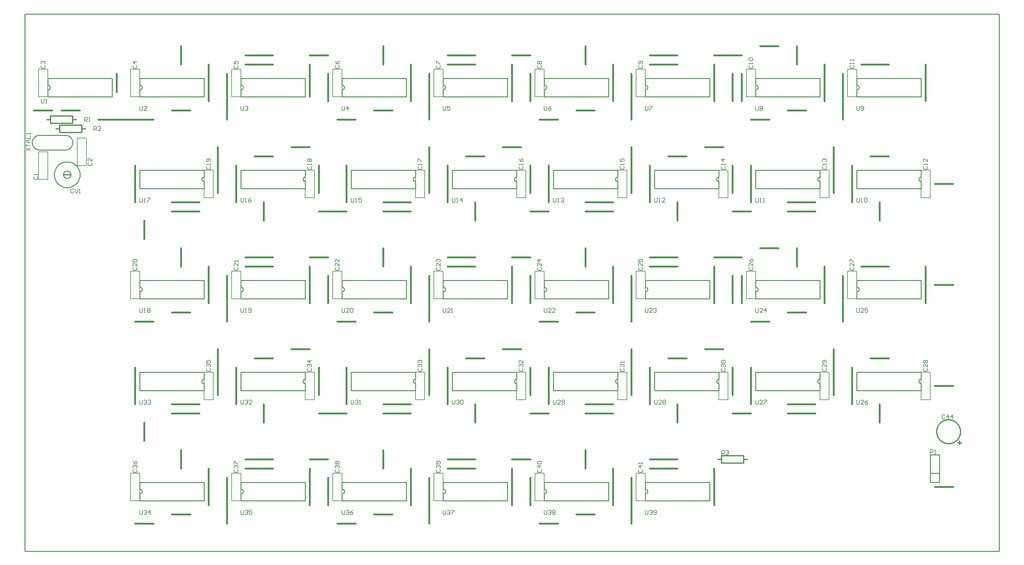
<source format=gto>
%FSLAX23Y23*%
%MOIN*%
G70*
G01*
G75*
%ADD10C,0.050*%
%ADD11C,0.050*%
%ADD12C,0.010*%
%ADD13C,0.030*%
%ADD14C,0.009*%
%ADD15C,0.080*%
%ADD16R,0.080X0.080*%
%ADD17C,0.150*%
%ADD18C,0.250*%
%ADD19C,0.012*%
%ADD20C,0.020*%
%ADD21C,0.008*%
%ADD22C,0.020*%
%ADD23C,0.006*%
D12*
X11445Y5695D02*
X11455Y5697D01*
X11463Y5702D01*
X11468Y5710D01*
X11470Y5720D01*
X11468Y5730D01*
X11463Y5738D01*
X11455Y5743D01*
X11445Y5745D01*
X10345Y5695D02*
X10355Y5697D01*
X10363Y5702D01*
X10368Y5710D01*
X10370Y5720D01*
X10368Y5730D01*
X10363Y5738D01*
X10355Y5743D01*
X10345Y5745D01*
X9245Y5695D02*
X9255Y5697D01*
X9263Y5702D01*
X9268Y5710D01*
X9270Y5720D01*
X9268Y5730D01*
X9263Y5738D01*
X9255Y5743D01*
X9245Y5745D01*
X8145Y5695D02*
X8155Y5697D01*
X8163Y5702D01*
X8168Y5710D01*
X8170Y5720D01*
X8168Y5730D01*
X8163Y5738D01*
X8155Y5743D01*
X8145Y5745D01*
X7045Y5695D02*
X7055Y5697D01*
X7063Y5702D01*
X7068Y5710D01*
X7070Y5720D01*
X7068Y5730D01*
X7063Y5738D01*
X7055Y5743D01*
X7045Y5745D01*
X5945Y5695D02*
X5955Y5697D01*
X5963Y5702D01*
X5968Y5710D01*
X5970Y5720D01*
X5968Y5730D01*
X5963Y5738D01*
X5955Y5743D01*
X5945Y5745D01*
X6645Y6945D02*
X6635Y6943D01*
X6627Y6938D01*
X6622Y6930D01*
X6620Y6920D01*
X6622Y6910D01*
X6627Y6902D01*
X6635Y6897D01*
X6645Y6895D01*
X7745Y6945D02*
X7735Y6943D01*
X7727Y6938D01*
X7722Y6930D01*
X7720Y6920D01*
X7722Y6910D01*
X7727Y6902D01*
X7735Y6897D01*
X7745Y6895D01*
X8945Y6945D02*
X8935Y6943D01*
X8927Y6938D01*
X8922Y6930D01*
X8920Y6920D01*
X8922Y6910D01*
X8927Y6902D01*
X8935Y6897D01*
X8945Y6895D01*
X10045Y6945D02*
X10035Y6943D01*
X10027Y6938D01*
X10022Y6930D01*
X10020Y6920D01*
X10022Y6910D01*
X10027Y6902D01*
X10035Y6897D01*
X10045Y6895D01*
X11145Y6945D02*
X11135Y6943D01*
X11127Y6938D01*
X11122Y6930D01*
X11120Y6920D01*
X11122Y6910D01*
X11127Y6902D01*
X11135Y6897D01*
X11145Y6895D01*
X12245Y6945D02*
X12235Y6943D01*
X12227Y6938D01*
X12222Y6930D01*
X12220Y6920D01*
X12222Y6910D01*
X12227Y6902D01*
X12235Y6897D01*
X12245Y6895D01*
X13345Y6945D02*
X13335Y6943D01*
X13327Y6938D01*
X13322Y6930D01*
X13320Y6920D01*
X13322Y6910D01*
X13327Y6902D01*
X13335Y6897D01*
X13345Y6895D01*
X14445Y6945D02*
X14435Y6943D01*
X14427Y6938D01*
X14422Y6930D01*
X14420Y6920D01*
X14422Y6910D01*
X14427Y6902D01*
X14435Y6897D01*
X14445Y6895D01*
X13745Y7895D02*
X13755Y7897D01*
X13763Y7902D01*
X13768Y7910D01*
X13770Y7920D01*
X13768Y7930D01*
X13763Y7938D01*
X13755Y7943D01*
X13745Y7945D01*
X12645Y7895D02*
X12655Y7897D01*
X12663Y7902D01*
X12668Y7910D01*
X12670Y7920D01*
X12668Y7930D01*
X12663Y7938D01*
X12655Y7943D01*
X12645Y7945D01*
X11445Y7895D02*
X11455Y7897D01*
X11463Y7902D01*
X11468Y7910D01*
X11470Y7920D01*
X11468Y7930D01*
X11463Y7938D01*
X11455Y7943D01*
X11445Y7945D01*
X10345Y7895D02*
X10355Y7897D01*
X10363Y7902D01*
X10368Y7910D01*
X10370Y7920D01*
X10368Y7930D01*
X10363Y7938D01*
X10355Y7943D01*
X10345Y7945D01*
X9245Y7895D02*
X9255Y7897D01*
X9263Y7902D01*
X9268Y7910D01*
X9270Y7920D01*
X9268Y7930D01*
X9263Y7938D01*
X9255Y7943D01*
X9245Y7945D01*
X8145Y7895D02*
X8155Y7897D01*
X8163Y7902D01*
X8168Y7910D01*
X8170Y7920D01*
X8168Y7930D01*
X8163Y7938D01*
X8155Y7943D01*
X8145Y7945D01*
X7045Y7895D02*
X7055Y7897D01*
X7063Y7902D01*
X7068Y7910D01*
X7070Y7920D01*
X7068Y7930D01*
X7063Y7938D01*
X7055Y7943D01*
X7045Y7945D01*
X5945Y7895D02*
X5955Y7897D01*
X5963Y7902D01*
X5968Y7910D01*
X5970Y7920D01*
X5968Y7930D01*
X5963Y7938D01*
X5955Y7943D01*
X5945Y7945D01*
X6645Y9145D02*
X6635Y9143D01*
X6627Y9138D01*
X6622Y9130D01*
X6620Y9120D01*
X6622Y9110D01*
X6627Y9102D01*
X6635Y9097D01*
X6645Y9095D01*
X7745Y9145D02*
X7735Y9143D01*
X7727Y9138D01*
X7722Y9130D01*
X7720Y9120D01*
X7722Y9110D01*
X7727Y9102D01*
X7735Y9097D01*
X7745Y9095D01*
X8945Y9145D02*
X8935Y9143D01*
X8927Y9138D01*
X8922Y9130D01*
X8920Y9120D01*
X8922Y9110D01*
X8927Y9102D01*
X8935Y9097D01*
X8945Y9095D01*
X10045Y9145D02*
X10035Y9143D01*
X10027Y9138D01*
X10022Y9130D01*
X10020Y9120D01*
X10022Y9110D01*
X10027Y9102D01*
X10035Y9097D01*
X10045Y9095D01*
X11145Y9145D02*
X11135Y9143D01*
X11127Y9138D01*
X11122Y9130D01*
X11120Y9120D01*
X11122Y9110D01*
X11127Y9102D01*
X11135Y9097D01*
X11145Y9095D01*
X4945Y10095D02*
X4955Y10097D01*
X4963Y10102D01*
X4968Y10110D01*
X4970Y10120D01*
X4968Y10130D01*
X4963Y10138D01*
X4955Y10143D01*
X4945Y10145D01*
X5945Y10095D02*
X5955Y10097D01*
X5963Y10102D01*
X5968Y10110D01*
X5970Y10120D01*
X5968Y10130D01*
X5963Y10138D01*
X5955Y10143D01*
X5945Y10145D01*
X7045Y10095D02*
X7055Y10097D01*
X7063Y10102D01*
X7068Y10110D01*
X7070Y10120D01*
X7068Y10130D01*
X7063Y10138D01*
X7055Y10143D01*
X7045Y10145D01*
X8145Y10095D02*
X8155Y10097D01*
X8163Y10102D01*
X8168Y10110D01*
X8170Y10120D01*
X8168Y10130D01*
X8163Y10138D01*
X8155Y10143D01*
X8145Y10145D01*
X9245Y10095D02*
X9255Y10097D01*
X9263Y10102D01*
X9268Y10110D01*
X9270Y10120D01*
X9268Y10130D01*
X9263Y10138D01*
X9255Y10143D01*
X9245Y10145D01*
X10345Y10095D02*
X10355Y10097D01*
X10363Y10102D01*
X10368Y10110D01*
X10370Y10120D01*
X10368Y10130D01*
X10363Y10138D01*
X10355Y10143D01*
X10345Y10145D01*
X11445Y10095D02*
X11455Y10097D01*
X11463Y10102D01*
X11468Y10110D01*
X11470Y10120D01*
X11468Y10130D01*
X11463Y10138D01*
X11455Y10143D01*
X11445Y10145D01*
X12645Y10095D02*
X12655Y10097D01*
X12663Y10102D01*
X12668Y10110D01*
X12670Y10120D01*
X12668Y10130D01*
X12663Y10138D01*
X12655Y10143D01*
X12645Y10145D01*
X13745Y10095D02*
X13755Y10097D01*
X13763Y10102D01*
X13768Y10110D01*
X13770Y10120D01*
X13768Y10130D01*
X13763Y10138D01*
X13755Y10143D01*
X13745Y10145D01*
X14445Y9145D02*
X14435Y9143D01*
X14427Y9138D01*
X14422Y9130D01*
X14420Y9120D01*
X14422Y9110D01*
X14427Y9102D01*
X14435Y9097D01*
X14445Y9095D01*
X13345Y9145D02*
X13335Y9143D01*
X13327Y9138D01*
X13322Y9130D01*
X13320Y9120D01*
X13322Y9110D01*
X13327Y9102D01*
X13335Y9097D01*
X13345Y9095D01*
X12245Y9145D02*
X12235Y9143D01*
X12227Y9138D01*
X12222Y9130D01*
X12220Y9120D01*
X12222Y9110D01*
X12227Y9102D01*
X12235Y9097D01*
X12245Y9095D01*
X5195Y9170D02*
X5194Y9180D01*
X5190Y9189D01*
X5184Y9197D01*
X5176Y9204D01*
X5167Y9208D01*
X5158Y9210D01*
X5148Y9209D01*
X5138Y9206D01*
X5130Y9201D01*
X5123Y9194D01*
X5118Y9185D01*
X5115Y9175D01*
Y9165D01*
X5118Y9155D01*
X5123Y9146D01*
X5130Y9139D01*
X5138Y9134D01*
X5148Y9131D01*
X5158Y9130D01*
X5167Y9132D01*
X5176Y9136D01*
X5184Y9143D01*
X5190Y9151D01*
X5194Y9160D01*
X5195Y9170D01*
X5295Y9170D02*
X5295Y9180D01*
X5294Y9190D01*
X5292Y9200D01*
X5289Y9209D01*
X5286Y9219D01*
X5282Y9228D01*
X5278Y9237D01*
X5273Y9246D01*
X5267Y9254D01*
X5261Y9262D01*
X5254Y9269D01*
X5247Y9276D01*
X5239Y9282D01*
X5231Y9288D01*
X5222Y9293D01*
X5213Y9297D01*
X5204Y9301D01*
X5194Y9304D01*
X5185Y9307D01*
X5175Y9309D01*
X5165Y9310D01*
X5155Y9310D01*
X5145Y9310D01*
X5135Y9309D01*
X5125Y9307D01*
X5116Y9304D01*
X5106Y9301D01*
X5097Y9297D01*
X5088Y9293D01*
X5079Y9288D01*
X5071Y9282D01*
X5063Y9276D01*
X5056Y9269D01*
X5049Y9262D01*
X5043Y9254D01*
X5037Y9246D01*
X5032Y9237D01*
X5028Y9228D01*
X5024Y9219D01*
X5021Y9209D01*
X5018Y9200D01*
X5016Y9190D01*
X5015Y9180D01*
X5015Y9170D01*
X5015Y9160D01*
X5016Y9150D01*
X5018Y9140D01*
X5021Y9131D01*
X5024Y9121D01*
X5028Y9112D01*
X5032Y9103D01*
X5037Y9094D01*
X5043Y9086D01*
X5049Y9078D01*
X5056Y9071D01*
X5063Y9064D01*
X5071Y9058D01*
X5079Y9052D01*
X5088Y9047D01*
X5097Y9043D01*
X5106Y9039D01*
X5116Y9036D01*
X5125Y9033D01*
X5135Y9031D01*
X5145Y9030D01*
X5155Y9030D01*
X5165Y9030D01*
X5175Y9031D01*
X5185Y9033D01*
X5194Y9036D01*
X5204Y9039D01*
X5213Y9043D01*
X5222Y9047D01*
X5231Y9052D01*
X5239Y9058D01*
X5247Y9064D01*
X5254Y9071D01*
X5261Y9078D01*
X5267Y9086D01*
X5273Y9094D01*
X5278Y9103D01*
X5282Y9112D01*
X5286Y9121D01*
X5289Y9131D01*
X5292Y9140D01*
X5294Y9150D01*
X5295Y9160D01*
X5295Y9170D01*
X4855Y9600D02*
X4845Y9599D01*
X4835Y9597D01*
X4826Y9594D01*
X4816Y9590D01*
X4808Y9585D01*
X4800Y9578D01*
X4793Y9571D01*
X4787Y9563D01*
X4783Y9554D01*
X4779Y9545D01*
X4776Y9535D01*
X4775Y9525D01*
Y9515D01*
X4776Y9505D01*
X4779Y9495D01*
X4783Y9486D01*
X4787Y9477D01*
X4793Y9469D01*
X4800Y9462D01*
X4808Y9455D01*
X4816Y9450D01*
X4826Y9446D01*
X4835Y9443D01*
X4845Y9441D01*
X4855Y9440D01*
X5135D02*
X5145Y9441D01*
X5155Y9443D01*
X5164Y9446D01*
X5174Y9450D01*
X5182Y9455D01*
X5190Y9462D01*
X5197Y9469D01*
X5203Y9477D01*
X5207Y9486D01*
X5211Y9495D01*
X5214Y9505D01*
X5215Y9515D01*
X5215Y9525D01*
X5214Y9535D01*
X5211Y9545D01*
X5207Y9554D01*
X5203Y9563D01*
X5197Y9571D01*
X5190Y9578D01*
X5182Y9585D01*
X5174Y9590D01*
X5164Y9594D01*
X5155Y9597D01*
X5145Y9599D01*
X5135Y9600D01*
X14545Y5920D02*
X14645D01*
X14545Y5820D02*
X14645D01*
X14545D02*
Y6120D01*
X14645D01*
Y5820D02*
Y6120D01*
X11445Y5620D02*
X12145D01*
Y5820D01*
X11445D02*
X12145D01*
X11445Y5745D02*
Y5820D01*
Y5620D02*
Y5695D01*
X10345Y5620D02*
Y5695D01*
Y5745D02*
Y5820D01*
X11045D01*
Y5620D02*
Y5820D01*
X10345Y5620D02*
X11045D01*
X9245D02*
X9945D01*
Y5820D01*
X9245D02*
X9945D01*
X9245Y5745D02*
Y5820D01*
Y5620D02*
Y5695D01*
X8145Y5620D02*
Y5695D01*
Y5745D02*
Y5820D01*
X8845D01*
Y5620D02*
Y5820D01*
X8145Y5620D02*
X8845D01*
X7045D02*
X7745D01*
Y5820D01*
X7045D02*
X7745D01*
X7045Y5745D02*
Y5820D01*
Y5620D02*
Y5695D01*
X5945Y5620D02*
Y5695D01*
Y5745D02*
Y5820D01*
X6645D01*
Y5620D02*
Y5820D01*
X5945Y5620D02*
X6645D01*
X5945Y7020D02*
X6645D01*
X5945Y6820D02*
Y7020D01*
Y6820D02*
X6645D01*
Y6895D01*
Y6945D02*
Y7020D01*
X7745Y6945D02*
Y7020D01*
Y6820D02*
Y6895D01*
X7045Y6820D02*
X7745D01*
X7045D02*
Y7020D01*
X7745D01*
X8245D02*
X8945D01*
X8245Y6820D02*
Y7020D01*
Y6820D02*
X8945D01*
Y6895D01*
Y6945D02*
Y7020D01*
X10045Y6945D02*
Y7020D01*
Y6820D02*
Y6895D01*
X9345Y6820D02*
X10045D01*
X9345D02*
Y7020D01*
X10045D01*
X10445D02*
X11145D01*
X10445Y6820D02*
Y7020D01*
Y6820D02*
X11145D01*
Y6895D01*
Y6945D02*
Y7020D01*
X12245Y6945D02*
Y7020D01*
Y6820D02*
Y6895D01*
X11545Y6820D02*
X12245D01*
X11545D02*
Y7020D01*
X12245D01*
X12645D02*
X13345D01*
X12645Y6820D02*
Y7020D01*
Y6820D02*
X13345D01*
Y6895D01*
Y6945D02*
Y7020D01*
X14445Y6945D02*
Y7020D01*
Y6820D02*
Y6895D01*
X13745Y6820D02*
X14445D01*
X13745D02*
Y7020D01*
X14445D01*
X13745Y7820D02*
X14445D01*
Y8020D01*
X13745D02*
X14445D01*
X13745Y7945D02*
Y8020D01*
Y7820D02*
Y7895D01*
X12645Y7820D02*
Y7895D01*
Y7945D02*
Y8020D01*
X13345D01*
Y7820D02*
Y8020D01*
X12645Y7820D02*
X13345D01*
X11445D02*
X12145D01*
Y8020D01*
X11445D02*
X12145D01*
X11445Y7945D02*
Y8020D01*
Y7820D02*
Y7895D01*
X10345Y7820D02*
Y7895D01*
Y7945D02*
Y8020D01*
X11045D01*
Y7820D02*
Y8020D01*
X10345Y7820D02*
X11045D01*
X9245D02*
X9945D01*
Y8020D01*
X9245D02*
X9945D01*
X9245Y7945D02*
Y8020D01*
Y7820D02*
Y7895D01*
X8145Y7820D02*
Y7895D01*
Y7945D02*
Y8020D01*
X8845D01*
Y7820D02*
Y8020D01*
X8145Y7820D02*
X8845D01*
X7045D02*
X7745D01*
Y8020D01*
X7045D02*
X7745D01*
X7045Y7945D02*
Y8020D01*
Y7820D02*
Y7895D01*
X5945Y7820D02*
Y7895D01*
Y7945D02*
Y8020D01*
X6645D01*
Y7820D02*
Y8020D01*
X5945Y7820D02*
X6645D01*
X5945Y9220D02*
X6645D01*
X5945Y9020D02*
Y9220D01*
Y9020D02*
X6645D01*
Y9095D01*
Y9145D02*
Y9220D01*
X7745Y9145D02*
Y9220D01*
Y9020D02*
Y9095D01*
X7045Y9020D02*
X7745D01*
X7045D02*
Y9220D01*
X7745D01*
X8245D02*
X8945D01*
X8245Y9020D02*
Y9220D01*
Y9020D02*
X8945D01*
Y9095D01*
Y9145D02*
Y9220D01*
X10045Y9145D02*
Y9220D01*
Y9020D02*
Y9095D01*
X9345Y9020D02*
X10045D01*
X9345D02*
Y9220D01*
X10045D01*
X10445D02*
X11145D01*
X10445Y9020D02*
Y9220D01*
Y9020D02*
X11145D01*
Y9095D01*
Y9145D02*
Y9220D01*
X4945Y10020D02*
Y10095D01*
Y10145D02*
Y10220D01*
X5645D01*
Y10020D02*
Y10220D01*
X4945Y10020D02*
X5645D01*
X5945D02*
X6645D01*
Y10220D01*
X5945D02*
X6645D01*
X5945Y10145D02*
Y10220D01*
Y10020D02*
Y10095D01*
X7045Y10020D02*
Y10095D01*
Y10145D02*
Y10220D01*
X7745D01*
Y10020D02*
Y10220D01*
X7045Y10020D02*
X7745D01*
X8145D02*
X8845D01*
Y10220D01*
X8145D02*
X8845D01*
X8145Y10145D02*
Y10220D01*
Y10020D02*
Y10095D01*
X9245Y10020D02*
Y10095D01*
Y10145D02*
Y10220D01*
X9945D01*
Y10020D02*
Y10220D01*
X9245Y10020D02*
X9945D01*
X10345D02*
X11045D01*
Y10220D01*
X10345D02*
X11045D01*
X10345Y10145D02*
Y10220D01*
Y10020D02*
Y10095D01*
X11445Y10020D02*
Y10095D01*
Y10145D02*
Y10220D01*
X12145D01*
Y10020D02*
Y10220D01*
X11445Y10020D02*
X12145D01*
X12645D02*
X13345D01*
Y10220D01*
X12645D02*
X13345D01*
X12645Y10145D02*
Y10220D01*
Y10020D02*
Y10095D01*
X13745Y10020D02*
Y10095D01*
Y10145D02*
Y10220D01*
X14445D01*
Y10020D02*
Y10220D01*
X13745Y10020D02*
X14445D01*
X13745Y9220D02*
X14445D01*
X13745Y9020D02*
Y9220D01*
Y9020D02*
X14445D01*
Y9095D01*
Y9145D02*
Y9220D01*
X13345Y9145D02*
Y9220D01*
Y9020D02*
Y9095D01*
X12645Y9020D02*
X13345D01*
X12645D02*
Y9220D01*
X13345D01*
X11545D02*
X12245D01*
X11545Y9020D02*
Y9220D01*
Y9020D02*
X12245D01*
Y9095D01*
Y9145D02*
Y9220D01*
X4855Y9600D02*
X5135D01*
X4855Y9440D02*
X5135D01*
X4695Y5070D02*
X15295D01*
Y10920D01*
X4695Y5070D02*
Y10920D01*
X15295D01*
D19*
X14875Y6370D02*
X14875Y6380D01*
X14873Y6390D01*
X14872Y6400D01*
X14869Y6409D01*
X14866Y6419D01*
X14862Y6428D01*
X14857Y6436D01*
X14851Y6445D01*
X14845Y6453D01*
X14839Y6460D01*
X14831Y6467D01*
X14824Y6473D01*
X14816Y6479D01*
X14807Y6484D01*
X14798Y6489D01*
X14789Y6492D01*
X14779Y6495D01*
X14770Y6498D01*
X14760Y6499D01*
X14750Y6500D01*
X14740D01*
X14730Y6499D01*
X14720Y6498D01*
X14711Y6495D01*
X14701Y6492D01*
X14692Y6489D01*
X14683Y6484D01*
X14674Y6479D01*
X14666Y6473D01*
X14659Y6467D01*
X14651Y6460D01*
X14645Y6453D01*
X14639Y6445D01*
X14633Y6436D01*
X14628Y6428D01*
X14624Y6419D01*
X14621Y6409D01*
X14618Y6400D01*
X14617Y6390D01*
X14615Y6380D01*
X14615Y6370D01*
X14615Y6360D01*
X14617Y6350D01*
X14618Y6340D01*
X14621Y6331D01*
X14624Y6321D01*
X14628Y6312D01*
X14633Y6304D01*
X14639Y6295D01*
X14645Y6287D01*
X14651Y6280D01*
X14659Y6273D01*
X14666Y6267D01*
X14674Y6261D01*
X14683Y6256D01*
X14692Y6251D01*
X14701Y6248D01*
X14711Y6245D01*
X14720Y6242D01*
X14730Y6241D01*
X14740Y6240D01*
X14750D01*
X14760Y6241D01*
X14770Y6242D01*
X14779Y6245D01*
X14789Y6248D01*
X14798Y6251D01*
X14807Y6256D01*
X14816Y6261D01*
X14824Y6267D01*
X14831Y6273D01*
X14839Y6280D01*
X14845Y6287D01*
X14851Y6295D01*
X14857Y6304D01*
X14862Y6312D01*
X14866Y6321D01*
X14869Y6331D01*
X14872Y6340D01*
X14873Y6350D01*
X14875Y6360D01*
X14875Y6370D01*
X4935Y9770D02*
X4975D01*
X5215D02*
X5255D01*
X4975Y9810D02*
X5215D01*
X4975Y9730D02*
Y9810D01*
Y9730D02*
X5215D01*
Y9810D01*
X14845Y6250D02*
X14885D01*
X14865Y6230D02*
Y6270D01*
X5315Y9670D02*
X5355D01*
X5035D02*
X5075D01*
Y9630D02*
X5315D01*
Y9710D01*
X5075D02*
X5315D01*
X5075Y9630D02*
Y9710D01*
X12275Y6030D02*
Y6110D01*
X12515D01*
Y6030D02*
Y6110D01*
X12275Y6030D02*
X12515D01*
X12235Y6070D02*
X12275D01*
X12515D02*
X12555D01*
X5115Y9170D02*
X5195D01*
D20*
X6395Y10370D02*
D03*
Y10570D02*
D03*
Y10370D02*
D03*
X8895Y8870D02*
D03*
X8595Y8770D02*
D03*
X8195Y9270D02*
D03*
Y8870D02*
D03*
D21*
X11445Y5620D02*
Y5670D01*
X11345Y5620D02*
X11445D01*
X11345D02*
Y5670D01*
X11445Y5870D02*
Y5920D01*
X11345D02*
X11445D01*
X11345Y5870D02*
Y5920D01*
X11445Y5670D02*
Y5870D01*
X11345Y5670D02*
Y5870D01*
X10245Y5670D02*
Y5870D01*
X10345Y5670D02*
Y5870D01*
X10245D02*
Y5920D01*
X10345D01*
Y5870D02*
Y5920D01*
X10245Y5620D02*
Y5670D01*
Y5620D02*
X10345D01*
Y5670D01*
X9245Y5620D02*
Y5670D01*
X9145Y5620D02*
X9245D01*
X9145D02*
Y5670D01*
X9245Y5870D02*
Y5920D01*
X9145D02*
X9245D01*
X9145Y5870D02*
Y5920D01*
X9245Y5670D02*
Y5870D01*
X9145Y5670D02*
Y5870D01*
X8045Y5670D02*
Y5870D01*
X8145Y5670D02*
Y5870D01*
X8045D02*
Y5920D01*
X8145D01*
Y5870D02*
Y5920D01*
X8045Y5620D02*
Y5670D01*
Y5620D02*
X8145D01*
Y5670D01*
X7045Y5620D02*
Y5670D01*
X6945Y5620D02*
X7045D01*
X6945D02*
Y5670D01*
X7045Y5870D02*
Y5920D01*
X6945D02*
X7045D01*
X6945Y5870D02*
Y5920D01*
X7045Y5670D02*
Y5870D01*
X6945Y5670D02*
Y5870D01*
X5845Y5670D02*
Y5870D01*
X5945Y5670D02*
Y5870D01*
X5845D02*
Y5920D01*
X5945D01*
Y5870D02*
Y5920D01*
X5845Y5620D02*
Y5670D01*
Y5620D02*
X5945D01*
Y5670D01*
X6645Y6970D02*
Y7020D01*
X6745D01*
Y6970D02*
Y7020D01*
X6645Y6720D02*
Y6770D01*
Y6720D02*
X6745D01*
Y6770D01*
X6645D02*
Y6970D01*
X6745Y6770D02*
Y6970D01*
X7845Y6770D02*
Y6970D01*
X7745Y6770D02*
Y6970D01*
X7845Y6720D02*
Y6770D01*
X7745Y6720D02*
X7845D01*
X7745D02*
Y6770D01*
X7845Y6970D02*
Y7020D01*
X7745D02*
X7845D01*
X7745Y6970D02*
Y7020D01*
X8945Y6970D02*
Y7020D01*
X9045D01*
Y6970D02*
Y7020D01*
X8945Y6720D02*
Y6770D01*
Y6720D02*
X9045D01*
Y6770D01*
X8945D02*
Y6970D01*
X9045Y6770D02*
Y6970D01*
X10145Y6770D02*
Y6970D01*
X10045Y6770D02*
Y6970D01*
X10145Y6720D02*
Y6770D01*
X10045Y6720D02*
X10145D01*
X10045D02*
Y6770D01*
X10145Y6970D02*
Y7020D01*
X10045D02*
X10145D01*
X10045Y6970D02*
Y7020D01*
X11145Y6970D02*
Y7020D01*
X11245D01*
Y6970D02*
Y7020D01*
X11145Y6720D02*
Y6770D01*
Y6720D02*
X11245D01*
Y6770D01*
X11145D02*
Y6970D01*
X11245Y6770D02*
Y6970D01*
X12345Y6770D02*
Y6970D01*
X12245Y6770D02*
Y6970D01*
X12345Y6720D02*
Y6770D01*
X12245Y6720D02*
X12345D01*
X12245D02*
Y6770D01*
X12345Y6970D02*
Y7020D01*
X12245D02*
X12345D01*
X12245Y6970D02*
Y7020D01*
X13345Y6970D02*
Y7020D01*
X13445D01*
Y6970D02*
Y7020D01*
X13345Y6720D02*
Y6770D01*
Y6720D02*
X13445D01*
Y6770D01*
X13345D02*
Y6970D01*
X13445Y6770D02*
Y6970D01*
X14545Y6770D02*
Y6970D01*
X14445Y6770D02*
Y6970D01*
X14545Y6720D02*
Y6770D01*
X14445Y6720D02*
X14545D01*
X14445D02*
Y6770D01*
X14545Y6970D02*
Y7020D01*
X14445D02*
X14545D01*
X14445Y6970D02*
Y7020D01*
X13745Y7820D02*
Y7870D01*
X13645Y7820D02*
X13745D01*
X13645D02*
Y7870D01*
X13745Y8070D02*
Y8120D01*
X13645D02*
X13745D01*
X13645Y8070D02*
Y8120D01*
X13745Y7870D02*
Y8070D01*
X13645Y7870D02*
Y8070D01*
X12545Y7870D02*
Y8070D01*
X12645Y7870D02*
Y8070D01*
X12545D02*
Y8120D01*
X12645D01*
Y8070D02*
Y8120D01*
X12545Y7820D02*
Y7870D01*
Y7820D02*
X12645D01*
Y7870D01*
X11445Y7820D02*
Y7870D01*
X11345Y7820D02*
X11445D01*
X11345D02*
Y7870D01*
X11445Y8070D02*
Y8120D01*
X11345D02*
X11445D01*
X11345Y8070D02*
Y8120D01*
X11445Y7870D02*
Y8070D01*
X11345Y7870D02*
Y8070D01*
X10245Y7870D02*
Y8070D01*
X10345Y7870D02*
Y8070D01*
X10245D02*
Y8120D01*
X10345D01*
Y8070D02*
Y8120D01*
X10245Y7820D02*
Y7870D01*
Y7820D02*
X10345D01*
Y7870D01*
X9245Y7820D02*
Y7870D01*
X9145Y7820D02*
X9245D01*
X9145D02*
Y7870D01*
X9245Y8070D02*
Y8120D01*
X9145D02*
X9245D01*
X9145Y8070D02*
Y8120D01*
X9245Y7870D02*
Y8070D01*
X9145Y7870D02*
Y8070D01*
X8045Y7870D02*
Y8070D01*
X8145Y7870D02*
Y8070D01*
X8045D02*
Y8120D01*
X8145D01*
Y8070D02*
Y8120D01*
X8045Y7820D02*
Y7870D01*
Y7820D02*
X8145D01*
Y7870D01*
X7045Y7820D02*
Y7870D01*
X6945Y7820D02*
X7045D01*
X6945D02*
Y7870D01*
X7045Y8070D02*
Y8120D01*
X6945D02*
X7045D01*
X6945Y8070D02*
Y8120D01*
X7045Y7870D02*
Y8070D01*
X6945Y7870D02*
Y8070D01*
X5845Y7870D02*
Y8070D01*
X5945Y7870D02*
Y8070D01*
X5845D02*
Y8120D01*
X5945D01*
Y8070D02*
Y8120D01*
X5845Y7820D02*
Y7870D01*
Y7820D02*
X5945D01*
Y7870D01*
X6645Y9170D02*
Y9220D01*
X6745D01*
Y9170D02*
Y9220D01*
X6645Y8920D02*
Y8970D01*
Y8920D02*
X6745D01*
Y8970D01*
X6645D02*
Y9170D01*
X6745Y8970D02*
Y9170D01*
X7845Y8970D02*
Y9170D01*
X7745Y8970D02*
Y9170D01*
X7845Y8920D02*
Y8970D01*
X7745Y8920D02*
X7845D01*
X7745D02*
Y8970D01*
X7845Y9170D02*
Y9220D01*
X7745D02*
X7845D01*
X7745Y9170D02*
Y9220D01*
X8945Y9170D02*
Y9220D01*
X9045D01*
Y9170D02*
Y9220D01*
X8945Y8920D02*
Y8970D01*
Y8920D02*
X9045D01*
Y8970D01*
X8945D02*
Y9170D01*
X9045Y8970D02*
Y9170D01*
X10145Y8970D02*
Y9170D01*
X10045Y8970D02*
Y9170D01*
X10145Y8920D02*
Y8970D01*
X10045Y8920D02*
X10145D01*
X10045D02*
Y8970D01*
X10145Y9170D02*
Y9220D01*
X10045D02*
X10145D01*
X10045Y9170D02*
Y9220D01*
X11145Y9170D02*
Y9220D01*
X11245D01*
Y9170D02*
Y9220D01*
X11145Y8920D02*
Y8970D01*
Y8920D02*
X11245D01*
Y8970D01*
X11145D02*
Y9170D01*
X11245Y8970D02*
Y9170D01*
X4945D02*
Y9370D01*
X4845Y9170D02*
Y9370D01*
X4945Y9120D02*
Y9170D01*
X4845Y9120D02*
X4945D01*
X4845D02*
Y9170D01*
X4945Y9370D02*
Y9420D01*
X4845D02*
X4945D01*
X4845Y9370D02*
Y9420D01*
X5265Y9520D02*
Y9570D01*
X5365D01*
Y9520D02*
Y9570D01*
X5265Y9270D02*
Y9320D01*
Y9270D02*
X5365D01*
Y9320D01*
X5265D02*
Y9520D01*
X5365Y9320D02*
Y9520D01*
X5845Y10070D02*
Y10270D01*
X5945Y10070D02*
Y10270D01*
X5845D02*
Y10320D01*
X5945D01*
Y10270D02*
Y10320D01*
X5845Y10020D02*
Y10070D01*
Y10020D02*
X5945D01*
Y10070D01*
X7045Y10020D02*
Y10070D01*
X6945Y10020D02*
X7045D01*
X6945D02*
Y10070D01*
X7045Y10270D02*
Y10320D01*
X6945D02*
X7045D01*
X6945Y10270D02*
Y10320D01*
X7045Y10070D02*
Y10270D01*
X6945Y10070D02*
Y10270D01*
X8045Y10070D02*
Y10270D01*
X8145Y10070D02*
Y10270D01*
X8045D02*
Y10320D01*
X8145D01*
Y10270D02*
Y10320D01*
X8045Y10020D02*
Y10070D01*
Y10020D02*
X8145D01*
Y10070D01*
X9245Y10020D02*
Y10070D01*
X9145Y10020D02*
X9245D01*
X9145D02*
Y10070D01*
X9245Y10270D02*
Y10320D01*
X9145D02*
X9245D01*
X9145Y10270D02*
Y10320D01*
X9245Y10070D02*
Y10270D01*
X9145Y10070D02*
Y10270D01*
X10245Y10070D02*
Y10270D01*
X10345Y10070D02*
Y10270D01*
X10245D02*
Y10320D01*
X10345D01*
Y10270D02*
Y10320D01*
X10245Y10020D02*
Y10070D01*
Y10020D02*
X10345D01*
Y10070D01*
X4945Y10020D02*
Y10070D01*
X4845Y10020D02*
X4945D01*
X4845D02*
Y10070D01*
X4945Y10270D02*
Y10320D01*
X4845D02*
X4945D01*
X4845Y10270D02*
Y10320D01*
X4945Y10070D02*
Y10270D01*
X4845Y10070D02*
Y10270D01*
X11345Y10070D02*
Y10270D01*
X11445Y10070D02*
Y10270D01*
X11345D02*
Y10320D01*
X11445D01*
Y10270D02*
Y10320D01*
X11345Y10020D02*
Y10070D01*
Y10020D02*
X11445D01*
Y10070D01*
X12645Y10020D02*
Y10070D01*
X12545Y10020D02*
X12645D01*
X12545D02*
Y10070D01*
X12645Y10270D02*
Y10320D01*
X12545D02*
X12645D01*
X12545Y10270D02*
Y10320D01*
X12645Y10070D02*
Y10270D01*
X12545Y10070D02*
Y10270D01*
X13645Y10070D02*
Y10270D01*
X13745Y10070D02*
Y10270D01*
X13645D02*
Y10320D01*
X13745D01*
Y10270D02*
Y10320D01*
X13645Y10020D02*
Y10070D01*
Y10020D02*
X13745D01*
Y10070D01*
X14445Y9170D02*
Y9220D01*
X14545D01*
Y9170D02*
Y9220D01*
X14445Y8920D02*
Y8970D01*
Y8920D02*
X14545D01*
Y8970D01*
X14445D02*
Y9170D01*
X14545Y8970D02*
Y9170D01*
X13445Y8970D02*
Y9170D01*
X13345Y8970D02*
Y9170D01*
X13445Y8920D02*
Y8970D01*
X13345Y8920D02*
X13445D01*
X13345D02*
Y8970D01*
X13445Y9170D02*
Y9220D01*
X13345D02*
X13445D01*
X13345Y9170D02*
Y9220D01*
X12245Y9170D02*
Y9220D01*
X12345D01*
Y9170D02*
Y9220D01*
X12245Y8920D02*
Y8970D01*
Y8920D02*
X12345D01*
Y8970D01*
X12245D02*
Y9170D01*
X12345Y8970D02*
Y9170D01*
D22*
X6395Y10370D02*
Y10570D01*
X5895Y8870D02*
Y9270D01*
X6295Y8870D02*
X6595D01*
X6295Y8770D02*
X6595D01*
X6795Y8970D02*
Y9470D01*
X5495Y9770D02*
X6095D01*
X5095Y9870D02*
X5295D01*
X4795D02*
X4995D01*
X5695Y10070D02*
Y10270D01*
X6295Y9870D02*
X6495D01*
X6695Y9970D02*
Y10370D01*
X6895Y9820D02*
Y10270D01*
Y9770D02*
Y9820D01*
X7095Y10370D02*
X7395D01*
X7095Y10470D02*
X7395D01*
X7795Y10020D02*
Y10370D01*
Y10470D02*
X7995D01*
Y9970D02*
Y10270D01*
X8495Y9870D02*
X8695D01*
X8595Y10370D02*
Y10570D01*
X8895Y9970D02*
Y10370D01*
X8095Y9770D02*
X8245D01*
X8295D01*
X9095D02*
Y10270D01*
X9295Y10470D02*
X9595D01*
X9295Y10370D02*
X9595D01*
X9995Y9970D02*
Y10370D01*
Y10470D02*
X10195D01*
Y9970D02*
Y10270D01*
X10295Y9770D02*
X10495D01*
X10795Y10370D02*
Y10570D01*
X11095Y9970D02*
Y10370D01*
X10695Y9870D02*
X10895D01*
X11295Y9770D02*
Y10270D01*
X11495Y10470D02*
X11795D01*
X11495Y10370D02*
X11795D01*
X12195Y9970D02*
Y10370D01*
X12245Y10470D02*
X12495D01*
X12195D02*
X12245D01*
X12395Y9970D02*
Y10270D01*
X12495Y9970D02*
Y10270D01*
X12595Y9770D02*
X12795D01*
X12695Y10570D02*
X12895D01*
X12995Y9870D02*
X13195D01*
X13395Y9970D02*
Y10370D01*
X13095D02*
Y10570D01*
X13595Y9770D02*
Y10270D01*
X13795Y10370D02*
X14095D01*
X14495Y9970D02*
Y10370D01*
X14595Y9070D02*
X14795D01*
X13945Y9370D02*
X14095D01*
X13895D02*
X13945D01*
X13495Y8970D02*
Y9470D01*
X13695Y8870D02*
Y9270D01*
X13995Y8670D02*
Y8870D01*
X12995Y8770D02*
X13295D01*
X12995Y8870D02*
X13295D01*
X12395Y8770D02*
X12595D01*
Y8870D02*
Y9270D01*
X12395Y8970D02*
Y9270D01*
X12095Y9470D02*
X12295D01*
X11695Y9370D02*
X11895D01*
X11795Y8670D02*
Y8870D01*
X11495D02*
Y9270D01*
X11295Y8970D02*
Y9470D01*
X10795Y8770D02*
X11095D01*
X10795Y8870D02*
X11095D01*
X10395D02*
Y9270D01*
X10195Y8770D02*
X10395D01*
X10195Y8970D02*
Y9270D01*
X9895Y9470D02*
X10095D01*
X9495Y9370D02*
X9695D01*
X9095Y8970D02*
Y9470D01*
X9295Y8870D02*
Y9270D01*
X9595Y8670D02*
Y8870D01*
X8595D02*
X8895D01*
X8595Y8770D02*
X8895D01*
X8195Y8870D02*
Y9270D01*
X7895Y8770D02*
X8195D01*
X7895Y8970D02*
Y9270D01*
X7595Y9470D02*
X7795D01*
X7195Y9370D02*
X7395D01*
X7295Y8670D02*
Y8870D01*
X6995D02*
Y9270D01*
X5995Y8470D02*
Y8670D01*
X6395Y8170D02*
Y8370D01*
X6695Y7770D02*
Y8170D01*
X6295Y7670D02*
X6495D01*
X5895Y7570D02*
X6095D01*
X6895D02*
Y8070D01*
X7095Y8170D02*
X7395D01*
X7095Y8270D02*
X7395D01*
X7795Y7770D02*
Y8170D01*
Y8270D02*
X7995D01*
Y7770D02*
Y8070D01*
X8095Y7570D02*
X8295D01*
X8495Y7670D02*
X8695D01*
X8595Y8170D02*
Y8370D01*
X8895Y7770D02*
Y8170D01*
X9095Y7570D02*
Y8070D01*
X9295Y8170D02*
X9595D01*
X9295Y8270D02*
X9595D01*
X9995Y7770D02*
Y8170D01*
Y8270D02*
X10195D01*
Y7770D02*
Y8070D01*
X10295Y7570D02*
X10495D01*
X10695Y7670D02*
X10895D01*
X10795Y8170D02*
Y8370D01*
X11095Y7770D02*
Y8170D01*
X11295Y7570D02*
Y8070D01*
X11495Y8170D02*
X11795D01*
X11495Y8270D02*
X11795D01*
X12195Y7770D02*
Y8170D01*
Y8270D02*
X12495D01*
X12395Y7770D02*
Y8070D01*
X12495Y7770D02*
Y8070D01*
X12595Y7570D02*
X12795D01*
X12995Y7670D02*
X13195D01*
X13095Y8170D02*
Y8370D01*
X12695D02*
X12895D01*
X13395Y7770D02*
Y8170D01*
X13595Y7620D02*
Y8070D01*
Y7570D02*
Y7620D01*
X13795Y8170D02*
X14095D01*
X14495Y7770D02*
Y8170D01*
X14595Y7970D02*
X14795D01*
X13495Y6770D02*
Y7270D01*
X13695Y6670D02*
Y7070D01*
X13895Y7170D02*
X14095D01*
X14595Y6870D02*
X14795D01*
X13995Y6470D02*
Y6670D01*
X12995D02*
X13295D01*
X12995Y6570D02*
X13295D01*
X12595Y6670D02*
Y7070D01*
X12395Y6570D02*
X12595D01*
X12395Y6770D02*
Y7070D01*
X12095Y7270D02*
X12295D01*
X11695Y7170D02*
X11895D01*
X11495Y6670D02*
Y7070D01*
X11795Y6470D02*
Y6670D01*
X11295Y6770D02*
Y7270D01*
X10795Y6670D02*
X11095D01*
X10795Y6570D02*
X11095D01*
X10195D02*
X10395D01*
X10195Y6770D02*
Y7070D01*
X10395Y6670D02*
Y7070D01*
X9895Y7270D02*
X10095D01*
X9495Y7170D02*
X9695D01*
X9095Y6770D02*
Y7270D01*
X9295Y6670D02*
Y7070D01*
X9595Y6470D02*
Y6670D01*
X8595D02*
X8895D01*
X8595Y6570D02*
X8895D01*
X7895D02*
X8195D01*
Y6670D02*
Y7070D01*
X7895Y6770D02*
Y7070D01*
X7595Y7270D02*
X7795D01*
X7195Y7170D02*
X7395D01*
X6795Y6770D02*
Y7270D01*
X6995Y6670D02*
Y7070D01*
X7295Y6470D02*
Y6670D01*
X6295D02*
X6595D01*
X6295Y6570D02*
X6595D01*
X5995Y6270D02*
Y6470D01*
X5895Y6670D02*
Y7070D01*
Y5370D02*
X6095D01*
X6295Y5470D02*
X6495D01*
X6695Y5570D02*
Y5970D01*
X6395D02*
Y6170D01*
X6895Y5370D02*
Y5870D01*
X7095Y6070D02*
X7395D01*
X7095Y5970D02*
X7395D01*
X7795Y5570D02*
Y5970D01*
X7995Y5570D02*
Y5870D01*
X7795Y6070D02*
X7995D01*
X8095Y5370D02*
X8295D01*
X8495Y5470D02*
X8695D01*
X8895Y5570D02*
Y5970D01*
X8595D02*
Y6170D01*
X9095Y5370D02*
Y5870D01*
X9295Y6070D02*
X9595D01*
X9295Y5970D02*
X9595D01*
X9995Y5570D02*
Y5970D01*
Y6070D02*
X10195D01*
Y5570D02*
Y5870D01*
X10295Y5370D02*
X10495D01*
X10795Y5970D02*
Y6170D01*
X10695Y5470D02*
X10895D01*
X11095Y5570D02*
Y5970D01*
X11295Y5370D02*
Y5870D01*
X11495Y5970D02*
X11795D01*
X11495Y6070D02*
X11795D01*
X12195Y5570D02*
Y5970D01*
X14595Y5770D02*
X14795D01*
D23*
X5345Y9750D02*
Y9795D01*
X5367D01*
X5375Y9787D01*
Y9772D01*
X5367Y9765D01*
X5345D01*
X5360D02*
X5375Y9750D01*
X5390D02*
X5405D01*
X5397D01*
Y9795D01*
X5390Y9787D01*
X12275Y6120D02*
Y6165D01*
X12297D01*
X12305Y6157D01*
Y6142D01*
X12297Y6135D01*
X12275D01*
X12290D02*
X12305Y6120D01*
X12320Y6157D02*
X12327Y6165D01*
X12342D01*
X12350Y6157D01*
Y6150D01*
X12342Y6142D01*
X12335D01*
X12342D01*
X12350Y6135D01*
Y6127D01*
X12342Y6120D01*
X12327D01*
X12320Y6127D01*
X12278Y9260D02*
X12270Y9252D01*
Y9237D01*
X12278Y9230D01*
X12308D01*
X12315Y9237D01*
Y9252D01*
X12308Y9260D01*
X12315Y9275D02*
Y9290D01*
Y9282D01*
X12270D01*
X12278Y9275D01*
X12315Y9335D02*
X12270D01*
X12293Y9312D01*
Y9342D01*
X13378Y9260D02*
X13370Y9252D01*
Y9237D01*
X13378Y9230D01*
X13408D01*
X13415Y9237D01*
Y9252D01*
X13408Y9260D01*
X13415Y9275D02*
Y9290D01*
Y9282D01*
X13370D01*
X13378Y9275D01*
Y9312D02*
X13370Y9320D01*
Y9335D01*
X13378Y9342D01*
X13385D01*
X13393Y9335D01*
Y9327D01*
Y9335D01*
X13400Y9342D01*
X13408D01*
X13415Y9335D01*
Y9320D01*
X13408Y9312D01*
X14478Y9260D02*
X14470Y9252D01*
Y9237D01*
X14478Y9230D01*
X14508D01*
X14515Y9237D01*
Y9252D01*
X14508Y9260D01*
X14515Y9275D02*
Y9290D01*
Y9282D01*
X14470D01*
X14478Y9275D01*
X14515Y9342D02*
Y9312D01*
X14485Y9342D01*
X14478D01*
X14470Y9335D01*
Y9320D01*
X14478Y9312D01*
X13678Y10360D02*
X13670Y10352D01*
Y10337D01*
X13678Y10330D01*
X13708D01*
X13715Y10337D01*
Y10352D01*
X13708Y10360D01*
X13715Y10375D02*
Y10390D01*
Y10382D01*
X13670D01*
X13678Y10375D01*
X13715Y10412D02*
Y10427D01*
Y10420D01*
X13670D01*
X13678Y10412D01*
X12578Y10360D02*
X12570Y10352D01*
Y10337D01*
X12578Y10330D01*
X12608D01*
X12615Y10337D01*
Y10352D01*
X12608Y10360D01*
X12615Y10375D02*
Y10390D01*
Y10382D01*
X12570D01*
X12578Y10375D01*
Y10412D02*
X12570Y10420D01*
Y10435D01*
X12578Y10442D01*
X12608D01*
X12615Y10435D01*
Y10420D01*
X12608Y10412D01*
X12578D01*
X11378Y10360D02*
X11370Y10352D01*
Y10337D01*
X11378Y10330D01*
X11408D01*
X11415Y10337D01*
Y10352D01*
X11408Y10360D01*
Y10375D02*
X11415Y10382D01*
Y10397D01*
X11408Y10405D01*
X11378D01*
X11370Y10397D01*
Y10382D01*
X11378Y10375D01*
X11385D01*
X11393Y10382D01*
Y10405D01*
X11545Y8915D02*
Y8877D01*
X11552Y8870D01*
X11567D01*
X11575Y8877D01*
Y8915D01*
X11590Y8870D02*
X11605D01*
X11597D01*
Y8915D01*
X11590Y8907D01*
X11657Y8870D02*
X11627D01*
X11657Y8900D01*
Y8907D01*
X11650Y8915D01*
X11635D01*
X11627Y8907D01*
X12645Y8915D02*
Y8877D01*
X12652Y8870D01*
X12667D01*
X12675Y8877D01*
Y8915D01*
X12690Y8870D02*
X12705D01*
X12697D01*
Y8915D01*
X12690Y8907D01*
X12727Y8870D02*
X12742D01*
X12735D01*
Y8915D01*
X12727Y8907D01*
X13745Y8915D02*
Y8877D01*
X13752Y8870D01*
X13767D01*
X13775Y8877D01*
Y8915D01*
X13790Y8870D02*
X13805D01*
X13797D01*
Y8915D01*
X13790Y8907D01*
X13827D02*
X13835Y8915D01*
X13850D01*
X13857Y8907D01*
Y8877D01*
X13850Y8870D01*
X13835D01*
X13827Y8877D01*
Y8907D01*
X13745Y9915D02*
Y9877D01*
X13752Y9870D01*
X13767D01*
X13775Y9877D01*
Y9915D01*
X13790Y9877D02*
X13797Y9870D01*
X13812D01*
X13820Y9877D01*
Y9907D01*
X13812Y9915D01*
X13797D01*
X13790Y9907D01*
Y9900D01*
X13797Y9892D01*
X13820D01*
X12645Y9915D02*
Y9877D01*
X12652Y9870D01*
X12667D01*
X12675Y9877D01*
Y9915D01*
X12690Y9907D02*
X12697Y9915D01*
X12712D01*
X12720Y9907D01*
Y9900D01*
X12712Y9892D01*
X12720Y9885D01*
Y9877D01*
X12712Y9870D01*
X12697D01*
X12690Y9877D01*
Y9885D01*
X12697Y9892D01*
X12690Y9900D01*
Y9907D01*
X12697Y9892D02*
X12712D01*
X11445Y9915D02*
Y9877D01*
X11452Y9870D01*
X11467D01*
X11475Y9877D01*
Y9915D01*
X11490D02*
X11520D01*
Y9907D01*
X11490Y9877D01*
Y9870D01*
X4710Y9430D02*
X4755Y9460D01*
X4710D02*
X4755Y9430D01*
X4710Y9475D02*
Y9505D01*
Y9490D01*
X4755D01*
Y9520D02*
X4725D01*
X4710Y9535D01*
X4725Y9550D01*
X4755D01*
X4733D01*
Y9520D01*
X4710Y9565D02*
X4755D01*
Y9595D01*
Y9610D02*
Y9625D01*
Y9617D01*
X4710D01*
X4718Y9610D01*
X5225Y9007D02*
X5217Y9015D01*
X5202D01*
X5195Y9007D01*
Y8977D01*
X5202Y8970D01*
X5217D01*
X5225Y8977D01*
X5240Y9015D02*
Y8985D01*
X5255Y8970D01*
X5270Y8985D01*
Y9015D01*
X5285Y8970D02*
X5300D01*
X5292D01*
Y9015D01*
X5285Y9007D01*
X4878Y10360D02*
X4870Y10352D01*
Y10337D01*
X4878Y10330D01*
X4908D01*
X4915Y10337D01*
Y10352D01*
X4908Y10360D01*
X4878Y10375D02*
X4870Y10382D01*
Y10397D01*
X4878Y10405D01*
X4885D01*
X4893Y10397D01*
Y10390D01*
Y10397D01*
X4900Y10405D01*
X4908D01*
X4915Y10397D01*
Y10382D01*
X4908Y10375D01*
X10278Y10360D02*
X10270Y10352D01*
Y10337D01*
X10278Y10330D01*
X10308D01*
X10315Y10337D01*
Y10352D01*
X10308Y10360D01*
X10278Y10375D02*
X10270Y10382D01*
Y10397D01*
X10278Y10405D01*
X10285D01*
X10293Y10397D01*
X10300Y10405D01*
X10308D01*
X10315Y10397D01*
Y10382D01*
X10308Y10375D01*
X10300D01*
X10293Y10382D01*
X10285Y10375D01*
X10278D01*
X10293Y10382D02*
Y10397D01*
X9178Y10360D02*
X9170Y10352D01*
Y10337D01*
X9178Y10330D01*
X9208D01*
X9215Y10337D01*
Y10352D01*
X9208Y10360D01*
X9170Y10375D02*
Y10405D01*
X9178D01*
X9208Y10375D01*
X9215D01*
X8078Y10360D02*
X8070Y10352D01*
Y10337D01*
X8078Y10330D01*
X8108D01*
X8115Y10337D01*
Y10352D01*
X8108Y10360D01*
X8070Y10405D02*
X8078Y10390D01*
X8093Y10375D01*
X8108D01*
X8115Y10382D01*
Y10397D01*
X8108Y10405D01*
X8100D01*
X8093Y10397D01*
Y10375D01*
X6978Y10360D02*
X6970Y10352D01*
Y10337D01*
X6978Y10330D01*
X7008D01*
X7015Y10337D01*
Y10352D01*
X7008Y10360D01*
X6970Y10405D02*
Y10375D01*
X6993D01*
X6985Y10390D01*
Y10397D01*
X6993Y10405D01*
X7008D01*
X7015Y10397D01*
Y10382D01*
X7008Y10375D01*
X5878Y10360D02*
X5870Y10352D01*
Y10337D01*
X5878Y10330D01*
X5908D01*
X5915Y10337D01*
Y10352D01*
X5908Y10360D01*
X5915Y10397D02*
X5870D01*
X5893Y10375D01*
Y10405D01*
X10345Y9915D02*
Y9877D01*
X10352Y9870D01*
X10367D01*
X10375Y9877D01*
Y9915D01*
X10420D02*
X10405Y9907D01*
X10390Y9892D01*
Y9877D01*
X10397Y9870D01*
X10412D01*
X10420Y9877D01*
Y9885D01*
X10412Y9892D01*
X10390D01*
X9245Y9915D02*
Y9877D01*
X9252Y9870D01*
X9267D01*
X9275Y9877D01*
Y9915D01*
X9320D02*
X9290D01*
Y9892D01*
X9305Y9900D01*
X9312D01*
X9320Y9892D01*
Y9877D01*
X9312Y9870D01*
X9297D01*
X9290Y9877D01*
X8145Y9915D02*
Y9877D01*
X8152Y9870D01*
X8167D01*
X8175Y9877D01*
Y9915D01*
X8212Y9870D02*
Y9915D01*
X8190Y9892D01*
X8220D01*
X7045Y9915D02*
Y9877D01*
X7052Y9870D01*
X7067D01*
X7075Y9877D01*
Y9915D01*
X7090Y9907D02*
X7097Y9915D01*
X7112D01*
X7120Y9907D01*
Y9900D01*
X7112Y9892D01*
X7105D01*
X7112D01*
X7120Y9885D01*
Y9877D01*
X7112Y9870D01*
X7097D01*
X7090Y9877D01*
X5945Y9915D02*
Y9877D01*
X5952Y9870D01*
X5967D01*
X5975Y9877D01*
Y9915D01*
X6020Y9870D02*
X5990D01*
X6020Y9900D01*
Y9907D01*
X6012Y9915D01*
X5997D01*
X5990Y9907D01*
X4875Y9995D02*
Y9957D01*
X4882Y9950D01*
X4897D01*
X4905Y9957D01*
Y9995D01*
X4920Y9950D02*
X4935D01*
X4927D01*
Y9995D01*
X4920Y9987D01*
X5445Y9650D02*
Y9695D01*
X5467D01*
X5475Y9687D01*
Y9672D01*
X5467Y9665D01*
X5445D01*
X5460D02*
X5475Y9650D01*
X5520D02*
X5490D01*
X5520Y9680D01*
Y9687D01*
X5512Y9695D01*
X5497D01*
X5490Y9687D01*
X5388Y9300D02*
X5380Y9292D01*
Y9277D01*
X5388Y9270D01*
X5418D01*
X5425Y9277D01*
Y9292D01*
X5418Y9300D01*
X5425Y9345D02*
Y9315D01*
X5395Y9345D01*
X5388D01*
X5380Y9337D01*
Y9322D01*
X5388Y9315D01*
X4798Y9150D02*
X4790Y9142D01*
Y9127D01*
X4798Y9120D01*
X4828D01*
X4835Y9127D01*
Y9142D01*
X4828Y9150D01*
X4835Y9165D02*
Y9180D01*
Y9172D01*
X4790D01*
X4798Y9165D01*
X11178Y9260D02*
X11170Y9252D01*
Y9237D01*
X11178Y9230D01*
X11208D01*
X11215Y9237D01*
Y9252D01*
X11208Y9260D01*
X11215Y9275D02*
Y9290D01*
Y9282D01*
X11170D01*
X11178Y9275D01*
X11170Y9342D02*
Y9312D01*
X11193D01*
X11185Y9327D01*
Y9335D01*
X11193Y9342D01*
X11208D01*
X11215Y9335D01*
Y9320D01*
X11208Y9312D01*
X10078Y9260D02*
X10070Y9252D01*
Y9237D01*
X10078Y9230D01*
X10108D01*
X10115Y9237D01*
Y9252D01*
X10108Y9260D01*
X10115Y9275D02*
Y9290D01*
Y9282D01*
X10070D01*
X10078Y9275D01*
X10070Y9342D02*
X10078Y9327D01*
X10093Y9312D01*
X10108D01*
X10115Y9320D01*
Y9335D01*
X10108Y9342D01*
X10100D01*
X10093Y9335D01*
Y9312D01*
X8978Y9260D02*
X8970Y9252D01*
Y9237D01*
X8978Y9230D01*
X9008D01*
X9015Y9237D01*
Y9252D01*
X9008Y9260D01*
X9015Y9275D02*
Y9290D01*
Y9282D01*
X8970D01*
X8978Y9275D01*
X8970Y9312D02*
Y9342D01*
X8978D01*
X9008Y9312D01*
X9015D01*
X7778Y9260D02*
X7770Y9252D01*
Y9237D01*
X7778Y9230D01*
X7808D01*
X7815Y9237D01*
Y9252D01*
X7808Y9260D01*
X7815Y9275D02*
Y9290D01*
Y9282D01*
X7770D01*
X7778Y9275D01*
Y9312D02*
X7770Y9320D01*
Y9335D01*
X7778Y9342D01*
X7785D01*
X7793Y9335D01*
X7800Y9342D01*
X7808D01*
X7815Y9335D01*
Y9320D01*
X7808Y9312D01*
X7800D01*
X7793Y9320D01*
X7785Y9312D01*
X7778D01*
X7793Y9320D02*
Y9335D01*
X6678Y9260D02*
X6670Y9252D01*
Y9237D01*
X6678Y9230D01*
X6708D01*
X6715Y9237D01*
Y9252D01*
X6708Y9260D01*
X6715Y9275D02*
Y9290D01*
Y9282D01*
X6670D01*
X6678Y9275D01*
X6708Y9312D02*
X6715Y9320D01*
Y9335D01*
X6708Y9342D01*
X6678D01*
X6670Y9335D01*
Y9320D01*
X6678Y9312D01*
X6685D01*
X6693Y9320D01*
Y9342D01*
X5878Y8160D02*
X5870Y8152D01*
Y8137D01*
X5878Y8130D01*
X5908D01*
X5915Y8137D01*
Y8152D01*
X5908Y8160D01*
X5915Y8205D02*
Y8175D01*
X5885Y8205D01*
X5878D01*
X5870Y8197D01*
Y8182D01*
X5878Y8175D01*
Y8220D02*
X5870Y8227D01*
Y8242D01*
X5878Y8250D01*
X5908D01*
X5915Y8242D01*
Y8227D01*
X5908Y8220D01*
X5878D01*
X6978Y8160D02*
X6970Y8152D01*
Y8137D01*
X6978Y8130D01*
X7008D01*
X7015Y8137D01*
Y8152D01*
X7008Y8160D01*
X7015Y8205D02*
Y8175D01*
X6985Y8205D01*
X6978D01*
X6970Y8197D01*
Y8182D01*
X6978Y8175D01*
X7015Y8220D02*
Y8235D01*
Y8227D01*
X6970D01*
X6978Y8220D01*
X8078Y8160D02*
X8070Y8152D01*
Y8137D01*
X8078Y8130D01*
X8108D01*
X8115Y8137D01*
Y8152D01*
X8108Y8160D01*
X8115Y8205D02*
Y8175D01*
X8085Y8205D01*
X8078D01*
X8070Y8197D01*
Y8182D01*
X8078Y8175D01*
X8115Y8250D02*
Y8220D01*
X8085Y8250D01*
X8078D01*
X8070Y8242D01*
Y8227D01*
X8078Y8220D01*
X9178Y8160D02*
X9170Y8152D01*
Y8137D01*
X9178Y8130D01*
X9208D01*
X9215Y8137D01*
Y8152D01*
X9208Y8160D01*
X9215Y8205D02*
Y8175D01*
X9185Y8205D01*
X9178D01*
X9170Y8197D01*
Y8182D01*
X9178Y8175D01*
Y8220D02*
X9170Y8227D01*
Y8242D01*
X9178Y8250D01*
X9185D01*
X9193Y8242D01*
Y8235D01*
Y8242D01*
X9200Y8250D01*
X9208D01*
X9215Y8242D01*
Y8227D01*
X9208Y8220D01*
X10445Y8915D02*
Y8877D01*
X10452Y8870D01*
X10467D01*
X10475Y8877D01*
Y8915D01*
X10490Y8870D02*
X10505D01*
X10497D01*
Y8915D01*
X10490Y8907D01*
X10527D02*
X10535Y8915D01*
X10550D01*
X10557Y8907D01*
Y8900D01*
X10550Y8892D01*
X10542D01*
X10550D01*
X10557Y8885D01*
Y8877D01*
X10550Y8870D01*
X10535D01*
X10527Y8877D01*
X9345Y8915D02*
Y8877D01*
X9352Y8870D01*
X9367D01*
X9375Y8877D01*
Y8915D01*
X9390Y8870D02*
X9405D01*
X9397D01*
Y8915D01*
X9390Y8907D01*
X9450Y8870D02*
Y8915D01*
X9427Y8892D01*
X9457D01*
X8245Y8915D02*
Y8877D01*
X8252Y8870D01*
X8267D01*
X8275Y8877D01*
Y8915D01*
X8290Y8870D02*
X8305D01*
X8297D01*
Y8915D01*
X8290Y8907D01*
X8357Y8915D02*
X8327D01*
Y8892D01*
X8342Y8900D01*
X8350D01*
X8357Y8892D01*
Y8877D01*
X8350Y8870D01*
X8335D01*
X8327Y8877D01*
X7045Y8915D02*
Y8877D01*
X7052Y8870D01*
X7067D01*
X7075Y8877D01*
Y8915D01*
X7090Y8870D02*
X7105D01*
X7097D01*
Y8915D01*
X7090Y8907D01*
X7157Y8915D02*
X7142Y8907D01*
X7127Y8892D01*
Y8877D01*
X7135Y8870D01*
X7150D01*
X7157Y8877D01*
Y8885D01*
X7150Y8892D01*
X7127D01*
X5945Y8915D02*
Y8877D01*
X5952Y8870D01*
X5967D01*
X5975Y8877D01*
Y8915D01*
X5990Y8870D02*
X6005D01*
X5997D01*
Y8915D01*
X5990Y8907D01*
X6027Y8915D02*
X6057D01*
Y8907D01*
X6027Y8877D01*
Y8870D01*
X5945Y7715D02*
Y7677D01*
X5952Y7670D01*
X5967D01*
X5975Y7677D01*
Y7715D01*
X5990Y7670D02*
X6005D01*
X5997D01*
Y7715D01*
X5990Y7707D01*
X6027D02*
X6035Y7715D01*
X6050D01*
X6057Y7707D01*
Y7700D01*
X6050Y7692D01*
X6057Y7685D01*
Y7677D01*
X6050Y7670D01*
X6035D01*
X6027Y7677D01*
Y7685D01*
X6035Y7692D01*
X6027Y7700D01*
Y7707D01*
X6035Y7692D02*
X6050D01*
X7045Y7715D02*
Y7677D01*
X7052Y7670D01*
X7067D01*
X7075Y7677D01*
Y7715D01*
X7090Y7670D02*
X7105D01*
X7097D01*
Y7715D01*
X7090Y7707D01*
X7127Y7677D02*
X7135Y7670D01*
X7150D01*
X7157Y7677D01*
Y7707D01*
X7150Y7715D01*
X7135D01*
X7127Y7707D01*
Y7700D01*
X7135Y7692D01*
X7157D01*
X8145Y7715D02*
Y7677D01*
X8152Y7670D01*
X8167D01*
X8175Y7677D01*
Y7715D01*
X8220Y7670D02*
X8190D01*
X8220Y7700D01*
Y7707D01*
X8212Y7715D01*
X8197D01*
X8190Y7707D01*
X8235D02*
X8242Y7715D01*
X8257D01*
X8265Y7707D01*
Y7677D01*
X8257Y7670D01*
X8242D01*
X8235Y7677D01*
Y7707D01*
X9245Y7715D02*
Y7677D01*
X9252Y7670D01*
X9267D01*
X9275Y7677D01*
Y7715D01*
X9320Y7670D02*
X9290D01*
X9320Y7700D01*
Y7707D01*
X9312Y7715D01*
X9297D01*
X9290Y7707D01*
X9335Y7670D02*
X9350D01*
X9342D01*
Y7715D01*
X9335Y7707D01*
X10345Y7715D02*
Y7677D01*
X10352Y7670D01*
X10367D01*
X10375Y7677D01*
Y7715D01*
X10420Y7670D02*
X10390D01*
X10420Y7700D01*
Y7707D01*
X10412Y7715D01*
X10397D01*
X10390Y7707D01*
X10465Y7670D02*
X10435D01*
X10465Y7700D01*
Y7707D01*
X10457Y7715D01*
X10442D01*
X10435Y7707D01*
X11445Y7715D02*
Y7677D01*
X11452Y7670D01*
X11467D01*
X11475Y7677D01*
Y7715D01*
X11520Y7670D02*
X11490D01*
X11520Y7700D01*
Y7707D01*
X11512Y7715D01*
X11497D01*
X11490Y7707D01*
X11535D02*
X11542Y7715D01*
X11557D01*
X11565Y7707D01*
Y7700D01*
X11557Y7692D01*
X11550D01*
X11557D01*
X11565Y7685D01*
Y7677D01*
X11557Y7670D01*
X11542D01*
X11535Y7677D01*
X12645Y7715D02*
Y7677D01*
X12652Y7670D01*
X12667D01*
X12675Y7677D01*
Y7715D01*
X12720Y7670D02*
X12690D01*
X12720Y7700D01*
Y7707D01*
X12712Y7715D01*
X12697D01*
X12690Y7707D01*
X12757Y7670D02*
Y7715D01*
X12735Y7692D01*
X12765D01*
X13745Y7715D02*
Y7677D01*
X13752Y7670D01*
X13767D01*
X13775Y7677D01*
Y7715D01*
X13820Y7670D02*
X13790D01*
X13820Y7700D01*
Y7707D01*
X13812Y7715D01*
X13797D01*
X13790Y7707D01*
X13865Y7715D02*
X13835D01*
Y7692D01*
X13850Y7700D01*
X13857D01*
X13865Y7692D01*
Y7677D01*
X13857Y7670D01*
X13842D01*
X13835Y7677D01*
X13745Y6715D02*
Y6677D01*
X13752Y6670D01*
X13767D01*
X13775Y6677D01*
Y6715D01*
X13820Y6670D02*
X13790D01*
X13820Y6700D01*
Y6707D01*
X13812Y6715D01*
X13797D01*
X13790Y6707D01*
X13865Y6715D02*
X13850Y6707D01*
X13835Y6692D01*
Y6677D01*
X13842Y6670D01*
X13857D01*
X13865Y6677D01*
Y6685D01*
X13857Y6692D01*
X13835D01*
X12645Y6715D02*
Y6677D01*
X12652Y6670D01*
X12667D01*
X12675Y6677D01*
Y6715D01*
X12720Y6670D02*
X12690D01*
X12720Y6700D01*
Y6707D01*
X12712Y6715D01*
X12697D01*
X12690Y6707D01*
X12735Y6715D02*
X12765D01*
Y6707D01*
X12735Y6677D01*
Y6670D01*
X11545Y6715D02*
Y6677D01*
X11552Y6670D01*
X11567D01*
X11575Y6677D01*
Y6715D01*
X11620Y6670D02*
X11590D01*
X11620Y6700D01*
Y6707D01*
X11612Y6715D01*
X11597D01*
X11590Y6707D01*
X11635D02*
X11642Y6715D01*
X11657D01*
X11665Y6707D01*
Y6700D01*
X11657Y6692D01*
X11665Y6685D01*
Y6677D01*
X11657Y6670D01*
X11642D01*
X11635Y6677D01*
Y6685D01*
X11642Y6692D01*
X11635Y6700D01*
Y6707D01*
X11642Y6692D02*
X11657D01*
X10445Y6715D02*
Y6677D01*
X10452Y6670D01*
X10467D01*
X10475Y6677D01*
Y6715D01*
X10520Y6670D02*
X10490D01*
X10520Y6700D01*
Y6707D01*
X10512Y6715D01*
X10497D01*
X10490Y6707D01*
X10535Y6677D02*
X10542Y6670D01*
X10557D01*
X10565Y6677D01*
Y6707D01*
X10557Y6715D01*
X10542D01*
X10535Y6707D01*
Y6700D01*
X10542Y6692D01*
X10565D01*
X9345Y6715D02*
Y6677D01*
X9352Y6670D01*
X9367D01*
X9375Y6677D01*
Y6715D01*
X9390Y6707D02*
X9397Y6715D01*
X9412D01*
X9420Y6707D01*
Y6700D01*
X9412Y6692D01*
X9405D01*
X9412D01*
X9420Y6685D01*
Y6677D01*
X9412Y6670D01*
X9397D01*
X9390Y6677D01*
X9435Y6707D02*
X9442Y6715D01*
X9457D01*
X9465Y6707D01*
Y6677D01*
X9457Y6670D01*
X9442D01*
X9435Y6677D01*
Y6707D01*
X8245Y6715D02*
Y6677D01*
X8252Y6670D01*
X8267D01*
X8275Y6677D01*
Y6715D01*
X8290Y6707D02*
X8297Y6715D01*
X8312D01*
X8320Y6707D01*
Y6700D01*
X8312Y6692D01*
X8305D01*
X8312D01*
X8320Y6685D01*
Y6677D01*
X8312Y6670D01*
X8297D01*
X8290Y6677D01*
X8335Y6670D02*
X8350D01*
X8342D01*
Y6715D01*
X8335Y6707D01*
X10278Y8160D02*
X10270Y8152D01*
Y8137D01*
X10278Y8130D01*
X10308D01*
X10315Y8137D01*
Y8152D01*
X10308Y8160D01*
X10315Y8205D02*
Y8175D01*
X10285Y8205D01*
X10278D01*
X10270Y8197D01*
Y8182D01*
X10278Y8175D01*
X10315Y8242D02*
X10270D01*
X10293Y8220D01*
Y8250D01*
X11378Y8160D02*
X11370Y8152D01*
Y8137D01*
X11378Y8130D01*
X11408D01*
X11415Y8137D01*
Y8152D01*
X11408Y8160D01*
X11415Y8205D02*
Y8175D01*
X11385Y8205D01*
X11378D01*
X11370Y8197D01*
Y8182D01*
X11378Y8175D01*
X11370Y8250D02*
Y8220D01*
X11393D01*
X11385Y8235D01*
Y8242D01*
X11393Y8250D01*
X11408D01*
X11415Y8242D01*
Y8227D01*
X11408Y8220D01*
X12578Y8160D02*
X12570Y8152D01*
Y8137D01*
X12578Y8130D01*
X12608D01*
X12615Y8137D01*
Y8152D01*
X12608Y8160D01*
X12615Y8205D02*
Y8175D01*
X12585Y8205D01*
X12578D01*
X12570Y8197D01*
Y8182D01*
X12578Y8175D01*
X12570Y8250D02*
X12578Y8235D01*
X12593Y8220D01*
X12608D01*
X12615Y8227D01*
Y8242D01*
X12608Y8250D01*
X12600D01*
X12593Y8242D01*
Y8220D01*
X13678Y8160D02*
X13670Y8152D01*
Y8137D01*
X13678Y8130D01*
X13708D01*
X13715Y8137D01*
Y8152D01*
X13708Y8160D01*
X13715Y8205D02*
Y8175D01*
X13685Y8205D01*
X13678D01*
X13670Y8197D01*
Y8182D01*
X13678Y8175D01*
X13670Y8220D02*
Y8250D01*
X13678D01*
X13708Y8220D01*
X13715D01*
X14478Y7060D02*
X14470Y7052D01*
Y7037D01*
X14478Y7030D01*
X14508D01*
X14515Y7037D01*
Y7052D01*
X14508Y7060D01*
X14515Y7105D02*
Y7075D01*
X14485Y7105D01*
X14478D01*
X14470Y7097D01*
Y7082D01*
X14478Y7075D01*
Y7120D02*
X14470Y7127D01*
Y7142D01*
X14478Y7150D01*
X14485D01*
X14493Y7142D01*
X14500Y7150D01*
X14508D01*
X14515Y7142D01*
Y7127D01*
X14508Y7120D01*
X14500D01*
X14493Y7127D01*
X14485Y7120D01*
X14478D01*
X14493Y7127D02*
Y7142D01*
X13378Y7060D02*
X13370Y7052D01*
Y7037D01*
X13378Y7030D01*
X13408D01*
X13415Y7037D01*
Y7052D01*
X13408Y7060D01*
X13415Y7105D02*
Y7075D01*
X13385Y7105D01*
X13378D01*
X13370Y7097D01*
Y7082D01*
X13378Y7075D01*
X13408Y7120D02*
X13415Y7127D01*
Y7142D01*
X13408Y7150D01*
X13378D01*
X13370Y7142D01*
Y7127D01*
X13378Y7120D01*
X13385D01*
X13393Y7127D01*
Y7150D01*
X12278Y7060D02*
X12270Y7052D01*
Y7037D01*
X12278Y7030D01*
X12308D01*
X12315Y7037D01*
Y7052D01*
X12308Y7060D01*
X12278Y7075D02*
X12270Y7082D01*
Y7097D01*
X12278Y7105D01*
X12285D01*
X12293Y7097D01*
Y7090D01*
Y7097D01*
X12300Y7105D01*
X12308D01*
X12315Y7097D01*
Y7082D01*
X12308Y7075D01*
X12278Y7120D02*
X12270Y7127D01*
Y7142D01*
X12278Y7150D01*
X12308D01*
X12315Y7142D01*
Y7127D01*
X12308Y7120D01*
X12278D01*
X11178Y7060D02*
X11170Y7052D01*
Y7037D01*
X11178Y7030D01*
X11208D01*
X11215Y7037D01*
Y7052D01*
X11208Y7060D01*
X11178Y7075D02*
X11170Y7082D01*
Y7097D01*
X11178Y7105D01*
X11185D01*
X11193Y7097D01*
Y7090D01*
Y7097D01*
X11200Y7105D01*
X11208D01*
X11215Y7097D01*
Y7082D01*
X11208Y7075D01*
X11215Y7120D02*
Y7135D01*
Y7127D01*
X11170D01*
X11178Y7120D01*
X10078Y7060D02*
X10070Y7052D01*
Y7037D01*
X10078Y7030D01*
X10108D01*
X10115Y7037D01*
Y7052D01*
X10108Y7060D01*
X10078Y7075D02*
X10070Y7082D01*
Y7097D01*
X10078Y7105D01*
X10085D01*
X10093Y7097D01*
Y7090D01*
Y7097D01*
X10100Y7105D01*
X10108D01*
X10115Y7097D01*
Y7082D01*
X10108Y7075D01*
X10115Y7150D02*
Y7120D01*
X10085Y7150D01*
X10078D01*
X10070Y7142D01*
Y7127D01*
X10078Y7120D01*
X8978Y7060D02*
X8970Y7052D01*
Y7037D01*
X8978Y7030D01*
X9008D01*
X9015Y7037D01*
Y7052D01*
X9008Y7060D01*
X8978Y7075D02*
X8970Y7082D01*
Y7097D01*
X8978Y7105D01*
X8985D01*
X8993Y7097D01*
Y7090D01*
Y7097D01*
X9000Y7105D01*
X9008D01*
X9015Y7097D01*
Y7082D01*
X9008Y7075D01*
X8978Y7120D02*
X8970Y7127D01*
Y7142D01*
X8978Y7150D01*
X8985D01*
X8993Y7142D01*
Y7135D01*
Y7142D01*
X9000Y7150D01*
X9008D01*
X9015Y7142D01*
Y7127D01*
X9008Y7120D01*
X7778Y7060D02*
X7770Y7052D01*
Y7037D01*
X7778Y7030D01*
X7808D01*
X7815Y7037D01*
Y7052D01*
X7808Y7060D01*
X7778Y7075D02*
X7770Y7082D01*
Y7097D01*
X7778Y7105D01*
X7785D01*
X7793Y7097D01*
Y7090D01*
Y7097D01*
X7800Y7105D01*
X7808D01*
X7815Y7097D01*
Y7082D01*
X7808Y7075D01*
X7815Y7142D02*
X7770D01*
X7793Y7120D01*
Y7150D01*
X6678Y7060D02*
X6670Y7052D01*
Y7037D01*
X6678Y7030D01*
X6708D01*
X6715Y7037D01*
Y7052D01*
X6708Y7060D01*
X6678Y7075D02*
X6670Y7082D01*
Y7097D01*
X6678Y7105D01*
X6685D01*
X6693Y7097D01*
Y7090D01*
Y7097D01*
X6700Y7105D01*
X6708D01*
X6715Y7097D01*
Y7082D01*
X6708Y7075D01*
X6670Y7150D02*
Y7120D01*
X6693D01*
X6685Y7135D01*
Y7142D01*
X6693Y7150D01*
X6708D01*
X6715Y7142D01*
Y7127D01*
X6708Y7120D01*
X5878Y5960D02*
X5870Y5952D01*
Y5937D01*
X5878Y5930D01*
X5908D01*
X5915Y5937D01*
Y5952D01*
X5908Y5960D01*
X5878Y5975D02*
X5870Y5982D01*
Y5997D01*
X5878Y6005D01*
X5885D01*
X5893Y5997D01*
Y5990D01*
Y5997D01*
X5900Y6005D01*
X5908D01*
X5915Y5997D01*
Y5982D01*
X5908Y5975D01*
X5870Y6050D02*
X5878Y6035D01*
X5893Y6020D01*
X5908D01*
X5915Y6027D01*
Y6042D01*
X5908Y6050D01*
X5900D01*
X5893Y6042D01*
Y6020D01*
X6978Y5960D02*
X6970Y5952D01*
Y5937D01*
X6978Y5930D01*
X7008D01*
X7015Y5937D01*
Y5952D01*
X7008Y5960D01*
X6978Y5975D02*
X6970Y5982D01*
Y5997D01*
X6978Y6005D01*
X6985D01*
X6993Y5997D01*
Y5990D01*
Y5997D01*
X7000Y6005D01*
X7008D01*
X7015Y5997D01*
Y5982D01*
X7008Y5975D01*
X6970Y6020D02*
Y6050D01*
X6978D01*
X7008Y6020D01*
X7015D01*
X8078Y5960D02*
X8070Y5952D01*
Y5937D01*
X8078Y5930D01*
X8108D01*
X8115Y5937D01*
Y5952D01*
X8108Y5960D01*
X8078Y5975D02*
X8070Y5982D01*
Y5997D01*
X8078Y6005D01*
X8085D01*
X8093Y5997D01*
Y5990D01*
Y5997D01*
X8100Y6005D01*
X8108D01*
X8115Y5997D01*
Y5982D01*
X8108Y5975D01*
X8078Y6020D02*
X8070Y6027D01*
Y6042D01*
X8078Y6050D01*
X8085D01*
X8093Y6042D01*
X8100Y6050D01*
X8108D01*
X8115Y6042D01*
Y6027D01*
X8108Y6020D01*
X8100D01*
X8093Y6027D01*
X8085Y6020D01*
X8078D01*
X8093Y6027D02*
Y6042D01*
X9178Y5960D02*
X9170Y5952D01*
Y5937D01*
X9178Y5930D01*
X9208D01*
X9215Y5937D01*
Y5952D01*
X9208Y5960D01*
X9178Y5975D02*
X9170Y5982D01*
Y5997D01*
X9178Y6005D01*
X9185D01*
X9193Y5997D01*
Y5990D01*
Y5997D01*
X9200Y6005D01*
X9208D01*
X9215Y5997D01*
Y5982D01*
X9208Y5975D01*
Y6020D02*
X9215Y6027D01*
Y6042D01*
X9208Y6050D01*
X9178D01*
X9170Y6042D01*
Y6027D01*
X9178Y6020D01*
X9185D01*
X9193Y6027D01*
Y6050D01*
X10278Y5960D02*
X10270Y5952D01*
Y5937D01*
X10278Y5930D01*
X10308D01*
X10315Y5937D01*
Y5952D01*
X10308Y5960D01*
X10315Y5997D02*
X10270D01*
X10293Y5975D01*
Y6005D01*
X10278Y6020D02*
X10270Y6027D01*
Y6042D01*
X10278Y6050D01*
X10308D01*
X10315Y6042D01*
Y6027D01*
X10308Y6020D01*
X10278D01*
X11378Y5960D02*
X11370Y5952D01*
Y5937D01*
X11378Y5930D01*
X11408D01*
X11415Y5937D01*
Y5952D01*
X11408Y5960D01*
X11415Y5997D02*
X11370D01*
X11393Y5975D01*
Y6005D01*
X11415Y6020D02*
Y6035D01*
Y6027D01*
X11370D01*
X11378Y6020D01*
X7045Y6715D02*
Y6677D01*
X7052Y6670D01*
X7067D01*
X7075Y6677D01*
Y6715D01*
X7090Y6707D02*
X7097Y6715D01*
X7112D01*
X7120Y6707D01*
Y6700D01*
X7112Y6692D01*
X7105D01*
X7112D01*
X7120Y6685D01*
Y6677D01*
X7112Y6670D01*
X7097D01*
X7090Y6677D01*
X7165Y6670D02*
X7135D01*
X7165Y6700D01*
Y6707D01*
X7157Y6715D01*
X7142D01*
X7135Y6707D01*
X5945Y6715D02*
Y6677D01*
X5952Y6670D01*
X5967D01*
X5975Y6677D01*
Y6715D01*
X5990Y6707D02*
X5997Y6715D01*
X6012D01*
X6020Y6707D01*
Y6700D01*
X6012Y6692D01*
X6005D01*
X6012D01*
X6020Y6685D01*
Y6677D01*
X6012Y6670D01*
X5997D01*
X5990Y6677D01*
X6035Y6707D02*
X6042Y6715D01*
X6057D01*
X6065Y6707D01*
Y6700D01*
X6057Y6692D01*
X6050D01*
X6057D01*
X6065Y6685D01*
Y6677D01*
X6057Y6670D01*
X6042D01*
X6035Y6677D01*
X5945Y5515D02*
Y5477D01*
X5952Y5470D01*
X5967D01*
X5975Y5477D01*
Y5515D01*
X5990Y5507D02*
X5997Y5515D01*
X6012D01*
X6020Y5507D01*
Y5500D01*
X6012Y5492D01*
X6005D01*
X6012D01*
X6020Y5485D01*
Y5477D01*
X6012Y5470D01*
X5997D01*
X5990Y5477D01*
X6057Y5470D02*
Y5515D01*
X6035Y5492D01*
X6065D01*
X7045Y5515D02*
Y5477D01*
X7052Y5470D01*
X7067D01*
X7075Y5477D01*
Y5515D01*
X7090Y5507D02*
X7097Y5515D01*
X7112D01*
X7120Y5507D01*
Y5500D01*
X7112Y5492D01*
X7105D01*
X7112D01*
X7120Y5485D01*
Y5477D01*
X7112Y5470D01*
X7097D01*
X7090Y5477D01*
X7165Y5515D02*
X7135D01*
Y5492D01*
X7150Y5500D01*
X7157D01*
X7165Y5492D01*
Y5477D01*
X7157Y5470D01*
X7142D01*
X7135Y5477D01*
X8145Y5515D02*
Y5477D01*
X8152Y5470D01*
X8167D01*
X8175Y5477D01*
Y5515D01*
X8190Y5507D02*
X8197Y5515D01*
X8212D01*
X8220Y5507D01*
Y5500D01*
X8212Y5492D01*
X8205D01*
X8212D01*
X8220Y5485D01*
Y5477D01*
X8212Y5470D01*
X8197D01*
X8190Y5477D01*
X8265Y5515D02*
X8250Y5507D01*
X8235Y5492D01*
Y5477D01*
X8242Y5470D01*
X8257D01*
X8265Y5477D01*
Y5485D01*
X8257Y5492D01*
X8235D01*
X9245Y5515D02*
Y5477D01*
X9252Y5470D01*
X9267D01*
X9275Y5477D01*
Y5515D01*
X9290Y5507D02*
X9297Y5515D01*
X9312D01*
X9320Y5507D01*
Y5500D01*
X9312Y5492D01*
X9305D01*
X9312D01*
X9320Y5485D01*
Y5477D01*
X9312Y5470D01*
X9297D01*
X9290Y5477D01*
X9335Y5515D02*
X9365D01*
Y5507D01*
X9335Y5477D01*
Y5470D01*
X10345Y5515D02*
Y5477D01*
X10352Y5470D01*
X10367D01*
X10375Y5477D01*
Y5515D01*
X10390Y5507D02*
X10397Y5515D01*
X10412D01*
X10420Y5507D01*
Y5500D01*
X10412Y5492D01*
X10405D01*
X10412D01*
X10420Y5485D01*
Y5477D01*
X10412Y5470D01*
X10397D01*
X10390Y5477D01*
X10435Y5507D02*
X10442Y5515D01*
X10457D01*
X10465Y5507D01*
Y5500D01*
X10457Y5492D01*
X10465Y5485D01*
Y5477D01*
X10457Y5470D01*
X10442D01*
X10435Y5477D01*
Y5485D01*
X10442Y5492D01*
X10435Y5500D01*
Y5507D01*
X10442Y5492D02*
X10457D01*
X11445Y5515D02*
Y5477D01*
X11452Y5470D01*
X11467D01*
X11475Y5477D01*
Y5515D01*
X11490Y5507D02*
X11497Y5515D01*
X11512D01*
X11520Y5507D01*
Y5500D01*
X11512Y5492D01*
X11505D01*
X11512D01*
X11520Y5485D01*
Y5477D01*
X11512Y5470D01*
X11497D01*
X11490Y5477D01*
X11535D02*
X11542Y5470D01*
X11557D01*
X11565Y5477D01*
Y5507D01*
X11557Y5515D01*
X11542D01*
X11535Y5507D01*
Y5500D01*
X11542Y5492D01*
X11565D01*
X14705Y6547D02*
X14697Y6555D01*
X14682D01*
X14675Y6547D01*
Y6517D01*
X14682Y6510D01*
X14697D01*
X14705Y6517D01*
X14742Y6510D02*
Y6555D01*
X14720Y6532D01*
X14750D01*
X14787Y6510D02*
Y6555D01*
X14765Y6532D01*
X14795D01*
X14545Y6130D02*
Y6175D01*
X14567D01*
X14575Y6167D01*
Y6152D01*
X14567Y6145D01*
X14545D01*
X14590Y6130D02*
X14605D01*
X14597D01*
Y6175D01*
X14590Y6167D01*
M02*

</source>
